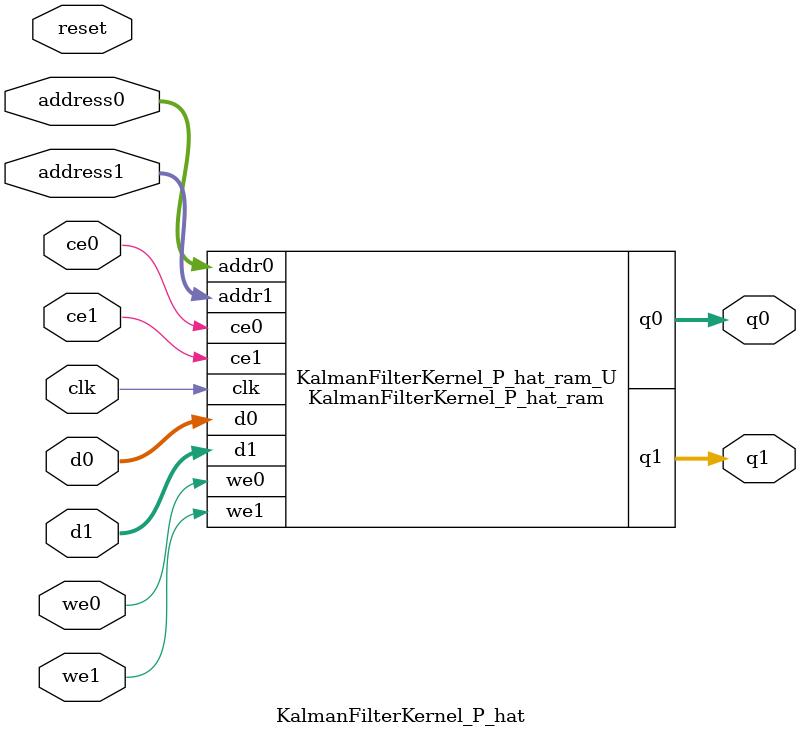
<source format=v>
`timescale 1 ns / 1 ps
module KalmanFilterKernel_P_hat_ram (addr0, ce0, d0, we0, q0, addr1, ce1, d1, we1, q1,  clk);

parameter DWIDTH = 32;
parameter AWIDTH = 6;
parameter MEM_SIZE = 36;

input[AWIDTH-1:0] addr0;
input ce0;
input[DWIDTH-1:0] d0;
input we0;
output reg[DWIDTH-1:0] q0;
input[AWIDTH-1:0] addr1;
input ce1;
input[DWIDTH-1:0] d1;
input we1;
output reg[DWIDTH-1:0] q1;
input clk;

reg [DWIDTH-1:0] ram[0:MEM_SIZE-1];




always @(posedge clk)  
begin 
    if (ce0) begin
        if (we0) 
            ram[addr0] <= d0; 
        q0 <= ram[addr0];
    end
end


always @(posedge clk)  
begin 
    if (ce1) begin
        if (we1) 
            ram[addr1] <= d1; 
        q1 <= ram[addr1];
    end
end


endmodule

`timescale 1 ns / 1 ps
module KalmanFilterKernel_P_hat(
    reset,
    clk,
    address0,
    ce0,
    we0,
    d0,
    q0,
    address1,
    ce1,
    we1,
    d1,
    q1);

parameter DataWidth = 32'd32;
parameter AddressRange = 32'd36;
parameter AddressWidth = 32'd6;
input reset;
input clk;
input[AddressWidth - 1:0] address0;
input ce0;
input we0;
input[DataWidth - 1:0] d0;
output[DataWidth - 1:0] q0;
input[AddressWidth - 1:0] address1;
input ce1;
input we1;
input[DataWidth - 1:0] d1;
output[DataWidth - 1:0] q1;



KalmanFilterKernel_P_hat_ram KalmanFilterKernel_P_hat_ram_U(
    .clk( clk ),
    .addr0( address0 ),
    .ce0( ce0 ),
    .we0( we0 ),
    .d0( d0 ),
    .q0( q0 ),
    .addr1( address1 ),
    .ce1( ce1 ),
    .we1( we1 ),
    .d1( d1 ),
    .q1( q1 ));

endmodule


</source>
